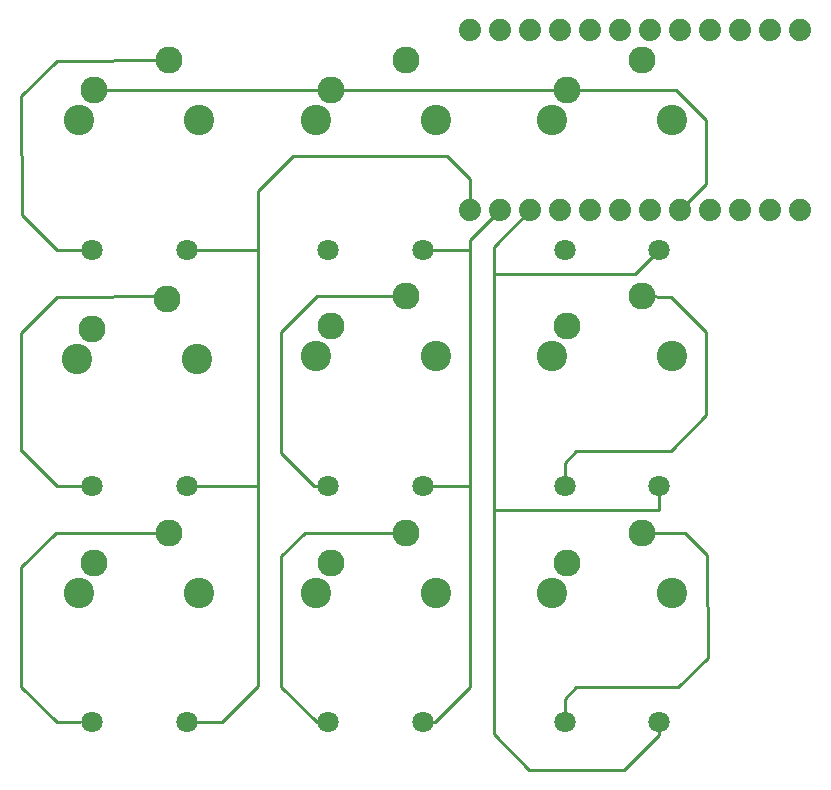
<source format=gbl>
G04 Layer: BottomLayer*
G04 EasyEDA v6.3.53, 2020-07-04T19:29:01+01:00*
G04 4dcc4153daa14e749ff6f4f9958da876,831979d3ac2e4a1db92824a7b243be6d,10*
G04 Gerber Generator version 0.2*
G04 Scale: 100 percent, Rotated: No, Reflected: No *
G04 Dimensions in millimeters *
G04 leading zeros omitted , absolute positions ,3 integer and 3 decimal *
%FSLAX33Y33*%
%MOMM*%
G90*
G71D02*

%ADD10C,0.254000*%
%ADD12C,2.286000*%
%ADD13C,2.571496*%
%ADD14C,1.799996*%
%ADD15C,1.879600*%

%LPD*%
G54D10*
G01X44000Y8999D02*
G01X45000Y8999D01*
G01X48000Y11999D01*
G01X48000Y49809D01*
G01X50568Y52379D01*
G01X24000Y8999D02*
G01X27000Y8999D01*
G01X27000Y9047D01*
G01X29999Y12049D01*
G01X29999Y54005D01*
G01X32994Y57000D01*
G01X46012Y57000D01*
G01X48000Y55011D01*
G01X48000Y52410D01*
G01X48028Y52379D01*
G01X56189Y62539D02*
G01X65468Y62539D01*
G01X68000Y60007D01*
G01X68000Y54569D01*
G01X65808Y52379D01*
G01X64000Y48999D02*
G01X62001Y47000D01*
G01X49999Y47000D01*
G01X42539Y45079D02*
G01X35001Y45079D01*
G01X31998Y42077D01*
G01X31998Y31813D01*
G01X34813Y28999D01*
G01X35999Y28999D01*
G01X64000Y8999D02*
G01X64000Y7965D01*
G01X61036Y5001D01*
G01X52999Y5001D01*
G01X49999Y8000D01*
G01X49999Y49270D01*
G01X53108Y52379D01*
G01X22539Y25079D02*
G01X12905Y25079D01*
G01X9999Y22174D01*
G01X9999Y11998D01*
G01X12999Y8999D01*
G01X15001Y8999D01*
G01X22540Y45079D02*
G01X12999Y45018D01*
G01X10000Y41998D01*
G01X10000Y31967D01*
G01X10031Y31967D01*
G01X13000Y28999D01*
G01X15999Y28999D01*
G01X22539Y65079D02*
G01X12999Y65018D01*
G01X9999Y62019D01*
G01X10017Y51981D01*
G01X12999Y48999D01*
G01X15999Y48999D01*
G01X36189Y62539D02*
G01X56189Y62539D01*
G01X16189Y62539D02*
G01X36189Y62539D01*
G01X44000Y28999D02*
G01X48000Y28999D01*
G01X44000Y48999D02*
G01X48000Y48999D01*
G01X64000Y28999D02*
G01X64000Y27000D01*
G01X49999Y27000D01*
G01X24000Y48999D02*
G01X29999Y48999D01*
G01X24000Y28999D02*
G01X29999Y28999D01*
G01X62539Y25079D02*
G01X66182Y25029D01*
G01X68021Y23192D01*
G01X68122Y14455D01*
G01X65636Y11968D01*
G01X57000Y11968D01*
G01X55999Y10967D01*
G01X55999Y8999D01*
G01X62539Y45079D02*
G01X65001Y45044D01*
G01X68000Y42044D01*
G01X68000Y34991D01*
G01X65001Y31998D01*
G01X57000Y31998D01*
G01X55999Y30998D01*
G01X55999Y28999D01*
G01X42539Y25079D02*
G01X34000Y25079D01*
G01X31998Y23078D01*
G01X31998Y12001D01*
G01X35001Y8999D01*
G01X35999Y8999D01*
G54D12*
G01X16189Y62539D03*
G01X22539Y65079D03*
G54D13*
G01X14919Y59999D03*
G01X25079Y59999D03*
G54D12*
G01X36189Y62539D03*
G01X42539Y65079D03*
G54D13*
G01X34919Y59999D03*
G01X45079Y59999D03*
G54D12*
G01X56189Y62539D03*
G01X62539Y65079D03*
G54D13*
G01X54919Y59999D03*
G01X65079Y59999D03*
G54D12*
G01X36189Y42539D03*
G01X42539Y45079D03*
G54D13*
G01X34919Y39999D03*
G01X45079Y39999D03*
G54D12*
G01X56189Y42539D03*
G01X62539Y45079D03*
G54D13*
G01X54919Y39999D03*
G01X65079Y39999D03*
G54D12*
G01X16189Y22539D03*
G01X22539Y25079D03*
G54D13*
G01X14919Y19999D03*
G01X25079Y19999D03*
G54D12*
G01X36189Y22539D03*
G01X42539Y25079D03*
G54D13*
G01X34919Y19999D03*
G01X45079Y19999D03*
G54D12*
G01X56189Y22539D03*
G01X62539Y25079D03*
G54D13*
G01X54919Y19999D03*
G01X65079Y19999D03*
G54D12*
G01X16000Y42328D03*
G54D13*
G01X14730Y39788D03*
G54D12*
G01X22350Y44868D03*
G54D13*
G01X24890Y39788D03*
G54D14*
G01X35999Y48999D03*
G01X43999Y48999D03*
G01X56000Y48999D03*
G01X64000Y48999D03*
G01X15999Y28999D03*
G01X23999Y28999D03*
G01X35999Y28999D03*
G01X43999Y28999D03*
G01X56000Y28999D03*
G01X64000Y28999D03*
G01X15999Y8999D03*
G01X23999Y8999D03*
G01X35999Y8999D03*
G01X43999Y8999D03*
G01X56000Y8999D03*
G01X64000Y8999D03*
G54D15*
G01X48029Y52379D03*
G01X50569Y52379D03*
G01X53109Y52379D03*
G01X55649Y52379D03*
G01X58189Y52379D03*
G01X60729Y52379D03*
G01X63269Y52379D03*
G01X65809Y52379D03*
G01X68349Y52379D03*
G01X70889Y52379D03*
G01X73429Y52379D03*
G01X75969Y52379D03*
G01X75969Y67619D03*
G01X73429Y67619D03*
G01X70889Y67619D03*
G01X68349Y67619D03*
G01X65809Y67619D03*
G01X63269Y67619D03*
G01X60729Y67619D03*
G01X58189Y67619D03*
G01X55649Y67619D03*
G01X53109Y67619D03*
G01X50569Y67619D03*
G01X48029Y67619D03*
G54D14*
G01X15999Y48999D03*
G01X23999Y48999D03*
M00*
M02*

</source>
